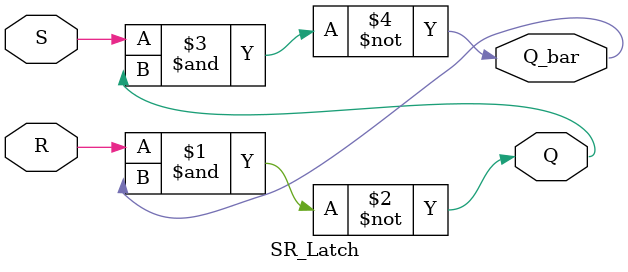
<source format=v>

module SR_Latch(Q, Q_bar, S, R);
  
  input S, R;
  output Q, Q_bar;
  
  assign Q = ~(R & Q_bar);
  assign Q_bar = ~(S & Q);
  
endmodule
  

</source>
